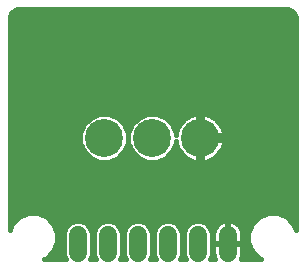
<source format=gtl>
G75*
%MOIN*%
%OFA0B0*%
%FSLAX24Y24*%
%IPPOS*%
%LPD*%
%AMOC8*
5,1,8,0,0,1.08239X$1,22.5*
%
%ADD10C,0.1266*%
%ADD11C,0.0600*%
%ADD12C,0.0160*%
D10*
X003805Y004435D03*
X005405Y004435D03*
X007005Y004435D03*
D11*
X006930Y001210D02*
X006930Y000610D01*
X005930Y000610D02*
X005930Y001210D01*
X004930Y001210D02*
X004930Y000610D01*
X003930Y000610D02*
X003930Y001210D01*
X002930Y001210D02*
X002930Y000610D01*
X007930Y000610D02*
X007930Y001210D01*
D12*
X000660Y001367D02*
X000660Y008410D01*
X000666Y008472D01*
X000714Y008588D01*
X000802Y008676D01*
X000918Y008724D01*
X000980Y008730D01*
X009880Y008730D01*
X009942Y008724D01*
X010058Y008676D01*
X010146Y008588D01*
X010194Y008472D01*
X010200Y008410D01*
X010200Y001367D01*
X010117Y001569D01*
X009889Y001797D01*
X009591Y001920D01*
X009269Y001920D01*
X008971Y001797D01*
X008743Y001569D01*
X008620Y001271D01*
X008620Y000949D01*
X008743Y000651D01*
X008971Y000423D01*
X009052Y000390D01*
X008357Y000390D01*
X008375Y000426D01*
X008398Y000498D01*
X008410Y000572D01*
X008410Y000890D01*
X007950Y000890D01*
X007950Y000930D01*
X008410Y000930D01*
X008410Y001248D01*
X008398Y001322D01*
X008375Y001394D01*
X008341Y001462D01*
X008296Y001523D01*
X008243Y001576D01*
X008182Y001621D01*
X008114Y001655D01*
X008042Y001678D01*
X007968Y001690D01*
X007950Y001690D01*
X007950Y000930D01*
X007910Y000930D01*
X007910Y001690D01*
X007892Y001690D01*
X007818Y001678D01*
X007746Y001655D01*
X007678Y001621D01*
X007617Y001576D01*
X007564Y001523D01*
X007519Y001462D01*
X007485Y001394D01*
X007462Y001322D01*
X007450Y001248D01*
X007450Y000930D01*
X007910Y000930D01*
X007910Y000890D01*
X007450Y000890D01*
X007450Y000572D01*
X007462Y000498D01*
X007485Y000426D01*
X007503Y000390D01*
X007337Y000390D01*
X007390Y000518D01*
X007390Y001301D01*
X007320Y001471D01*
X007191Y001600D01*
X007021Y001670D01*
X006838Y001670D01*
X006669Y001600D01*
X006540Y001471D01*
X006470Y001301D01*
X006470Y000518D01*
X006523Y000390D01*
X006337Y000390D01*
X006390Y000518D01*
X006390Y001301D01*
X006320Y001471D01*
X006191Y001600D01*
X006021Y001670D01*
X005838Y001670D01*
X005669Y001600D01*
X005540Y001471D01*
X005470Y001301D01*
X005470Y000518D01*
X005523Y000390D01*
X005337Y000390D01*
X005390Y000518D01*
X005390Y001301D01*
X005320Y001471D01*
X005191Y001600D01*
X005021Y001670D01*
X004838Y001670D01*
X004669Y001600D01*
X004540Y001471D01*
X004470Y001301D01*
X004470Y000518D01*
X004523Y000390D01*
X004337Y000390D01*
X004390Y000518D01*
X004390Y001301D01*
X004320Y001471D01*
X004191Y001600D01*
X004021Y001670D01*
X003838Y001670D01*
X003669Y001600D01*
X003540Y001471D01*
X003470Y001301D01*
X003470Y000518D01*
X003523Y000390D01*
X003337Y000390D01*
X003390Y000518D01*
X003390Y001301D01*
X003320Y001471D01*
X003191Y001600D01*
X003021Y001670D01*
X002838Y001670D01*
X002669Y001600D01*
X002540Y001471D01*
X002470Y001301D01*
X002470Y000518D01*
X002523Y000390D01*
X001808Y000390D01*
X001889Y000423D01*
X002117Y000651D01*
X002240Y000949D01*
X002240Y001271D01*
X002117Y001569D01*
X001889Y001797D01*
X001591Y001920D01*
X001269Y001920D01*
X000971Y001797D01*
X000743Y001569D01*
X000660Y001367D01*
X000660Y001478D02*
X000706Y001478D01*
X000660Y001637D02*
X000811Y001637D01*
X000660Y001795D02*
X000970Y001795D01*
X000660Y001954D02*
X010200Y001954D01*
X010200Y001795D02*
X009890Y001795D01*
X010049Y001637D02*
X010200Y001637D01*
X010200Y001478D02*
X010154Y001478D01*
X010200Y002112D02*
X000660Y002112D01*
X000660Y002271D02*
X010200Y002271D01*
X010200Y002429D02*
X000660Y002429D01*
X000660Y002588D02*
X010200Y002588D01*
X010200Y002746D02*
X000660Y002746D01*
X000660Y002905D02*
X010200Y002905D01*
X010200Y003063D02*
X000660Y003063D01*
X000660Y003222D02*
X010200Y003222D01*
X010200Y003380D02*
X000660Y003380D01*
X000660Y003539D02*
X010200Y003539D01*
X010200Y003697D02*
X007348Y003697D01*
X007366Y003704D02*
X007458Y003758D01*
X007542Y003823D01*
X007618Y003898D01*
X007683Y003983D01*
X007736Y004075D01*
X007777Y004173D01*
X007804Y004276D01*
X007815Y004355D01*
X007085Y004355D01*
X007085Y003626D01*
X007164Y003636D01*
X007267Y003664D01*
X007366Y003704D01*
X007575Y003856D02*
X010200Y003856D01*
X010200Y004014D02*
X007701Y004014D01*
X007776Y004173D02*
X010200Y004173D01*
X010200Y004331D02*
X007812Y004331D01*
X007815Y004515D02*
X007804Y004594D01*
X007777Y004697D01*
X007736Y004796D01*
X007683Y004888D01*
X007618Y004972D01*
X007542Y005048D01*
X007458Y005113D01*
X007366Y005166D01*
X007267Y005207D01*
X007164Y005234D01*
X007085Y005245D01*
X007085Y004515D01*
X007815Y004515D01*
X007790Y004648D02*
X010200Y004648D01*
X010200Y004490D02*
X007085Y004490D01*
X007085Y004515D02*
X007085Y004355D01*
X006925Y004355D01*
X006925Y003626D01*
X006846Y003636D01*
X006743Y003664D01*
X006645Y003704D01*
X006553Y003758D01*
X006468Y003823D01*
X006393Y003898D01*
X006328Y003983D01*
X006274Y004075D01*
X006234Y004173D01*
X006206Y004276D01*
X006198Y004335D01*
X006198Y004277D01*
X006078Y003986D01*
X005854Y003763D01*
X005563Y003642D01*
X005247Y003642D01*
X004956Y003763D01*
X004733Y003986D01*
X004612Y004277D01*
X004612Y004593D01*
X004733Y004884D01*
X004956Y005108D01*
X005247Y005228D01*
X005563Y005228D01*
X005854Y005108D01*
X006078Y004884D01*
X006198Y004593D01*
X006198Y004535D01*
X006206Y004594D01*
X006234Y004697D01*
X006274Y004796D01*
X006328Y004888D01*
X006393Y004972D01*
X006468Y005048D01*
X006553Y005113D01*
X006645Y005166D01*
X006743Y005207D01*
X006846Y005234D01*
X006925Y005245D01*
X006925Y004515D01*
X007085Y004515D01*
X007085Y004648D02*
X006925Y004648D01*
X006925Y004807D02*
X007085Y004807D01*
X007085Y004965D02*
X006925Y004965D01*
X006925Y005124D02*
X007085Y005124D01*
X007439Y005124D02*
X010200Y005124D01*
X010200Y005282D02*
X000660Y005282D01*
X000660Y005441D02*
X010200Y005441D01*
X010200Y005599D02*
X000660Y005599D01*
X000660Y005758D02*
X010200Y005758D01*
X010200Y005916D02*
X000660Y005916D01*
X000660Y006075D02*
X010200Y006075D01*
X010200Y006233D02*
X000660Y006233D01*
X000660Y006392D02*
X010200Y006392D01*
X010200Y006550D02*
X000660Y006550D01*
X000660Y006709D02*
X010200Y006709D01*
X010200Y006867D02*
X000660Y006867D01*
X000660Y007026D02*
X010200Y007026D01*
X010200Y007184D02*
X000660Y007184D01*
X000660Y007343D02*
X010200Y007343D01*
X010200Y007501D02*
X000660Y007501D01*
X000660Y007660D02*
X010200Y007660D01*
X010200Y007818D02*
X000660Y007818D01*
X000660Y007977D02*
X010200Y007977D01*
X010200Y008135D02*
X000660Y008135D01*
X000660Y008294D02*
X010200Y008294D01*
X010196Y008452D02*
X000664Y008452D01*
X000737Y008611D02*
X010123Y008611D01*
X006571Y005124D02*
X005816Y005124D01*
X005997Y004965D02*
X006387Y004965D01*
X006281Y004807D02*
X006110Y004807D01*
X006175Y004648D02*
X006220Y004648D01*
X006198Y004331D02*
X006199Y004331D01*
X006234Y004173D02*
X006155Y004173D01*
X006089Y004014D02*
X006310Y004014D01*
X006435Y003856D02*
X005947Y003856D01*
X005695Y003697D02*
X006663Y003697D01*
X006925Y003697D02*
X007085Y003697D01*
X007085Y003856D02*
X006925Y003856D01*
X006925Y004014D02*
X007085Y004014D01*
X007085Y004173D02*
X006925Y004173D01*
X006925Y004331D02*
X007085Y004331D01*
X007730Y004807D02*
X010200Y004807D01*
X010200Y004965D02*
X007624Y004965D01*
X005115Y003697D02*
X004095Y003697D01*
X003963Y003642D02*
X004254Y003763D01*
X004478Y003986D01*
X004598Y004277D01*
X004598Y004593D01*
X004478Y004884D01*
X004254Y005108D01*
X003963Y005228D01*
X003647Y005228D01*
X003356Y005108D01*
X003133Y004884D01*
X003012Y004593D01*
X003012Y004277D01*
X003133Y003986D01*
X003356Y003763D01*
X003647Y003642D01*
X003963Y003642D01*
X004347Y003856D02*
X004863Y003856D01*
X004721Y004014D02*
X004489Y004014D01*
X004555Y004173D02*
X004656Y004173D01*
X004612Y004331D02*
X004598Y004331D01*
X004598Y004490D02*
X004612Y004490D01*
X004635Y004648D02*
X004575Y004648D01*
X004510Y004807D02*
X004701Y004807D01*
X004813Y004965D02*
X004397Y004965D01*
X004216Y005124D02*
X004995Y005124D01*
X003395Y005124D02*
X000660Y005124D01*
X000660Y004965D02*
X003213Y004965D01*
X003101Y004807D02*
X000660Y004807D01*
X000660Y004648D02*
X003035Y004648D01*
X003012Y004490D02*
X000660Y004490D01*
X000660Y004331D02*
X003012Y004331D01*
X003056Y004173D02*
X000660Y004173D01*
X000660Y004014D02*
X003121Y004014D01*
X003263Y003856D02*
X000660Y003856D01*
X000660Y003697D02*
X003515Y003697D01*
X001890Y001795D02*
X008970Y001795D01*
X008811Y001637D02*
X008150Y001637D01*
X007950Y001637D02*
X007910Y001637D01*
X007910Y001478D02*
X007950Y001478D01*
X007950Y001320D02*
X007910Y001320D01*
X007910Y001161D02*
X007950Y001161D01*
X007950Y001003D02*
X007910Y001003D01*
X007450Y001003D02*
X007390Y001003D01*
X007390Y001161D02*
X007450Y001161D01*
X007461Y001320D02*
X007383Y001320D01*
X007313Y001478D02*
X007531Y001478D01*
X007710Y001637D02*
X007102Y001637D01*
X006758Y001637D02*
X006102Y001637D01*
X006313Y001478D02*
X006547Y001478D01*
X006477Y001320D02*
X006383Y001320D01*
X006390Y001161D02*
X006470Y001161D01*
X006470Y001003D02*
X006390Y001003D01*
X006390Y000844D02*
X006470Y000844D01*
X006470Y000686D02*
X006390Y000686D01*
X006390Y000527D02*
X006470Y000527D01*
X007390Y000527D02*
X007457Y000527D01*
X007450Y000686D02*
X007390Y000686D01*
X007390Y000844D02*
X007450Y000844D01*
X008329Y001478D02*
X008706Y001478D01*
X008640Y001320D02*
X008399Y001320D01*
X008410Y001161D02*
X008620Y001161D01*
X008620Y001003D02*
X008410Y001003D01*
X008410Y000844D02*
X008664Y000844D01*
X008729Y000686D02*
X008410Y000686D01*
X008403Y000527D02*
X008868Y000527D01*
X005758Y001637D02*
X005102Y001637D01*
X005313Y001478D02*
X005547Y001478D01*
X005477Y001320D02*
X005383Y001320D01*
X005390Y001161D02*
X005470Y001161D01*
X005470Y001003D02*
X005390Y001003D01*
X005390Y000844D02*
X005470Y000844D01*
X005470Y000686D02*
X005390Y000686D01*
X005390Y000527D02*
X005470Y000527D01*
X004470Y000527D02*
X004390Y000527D01*
X004390Y000686D02*
X004470Y000686D01*
X004470Y000844D02*
X004390Y000844D01*
X004390Y001003D02*
X004470Y001003D01*
X004470Y001161D02*
X004390Y001161D01*
X004383Y001320D02*
X004477Y001320D01*
X004547Y001478D02*
X004313Y001478D01*
X004102Y001637D02*
X004758Y001637D01*
X003758Y001637D02*
X003102Y001637D01*
X003313Y001478D02*
X003547Y001478D01*
X003477Y001320D02*
X003383Y001320D01*
X003390Y001161D02*
X003470Y001161D01*
X003470Y001003D02*
X003390Y001003D01*
X003390Y000844D02*
X003470Y000844D01*
X003470Y000686D02*
X003390Y000686D01*
X003390Y000527D02*
X003470Y000527D01*
X002470Y000527D02*
X001992Y000527D01*
X002131Y000686D02*
X002470Y000686D01*
X002470Y000844D02*
X002196Y000844D01*
X002240Y001003D02*
X002470Y001003D01*
X002470Y001161D02*
X002240Y001161D01*
X002220Y001320D02*
X002477Y001320D01*
X002547Y001478D02*
X002154Y001478D01*
X002049Y001637D02*
X002758Y001637D01*
M02*

</source>
